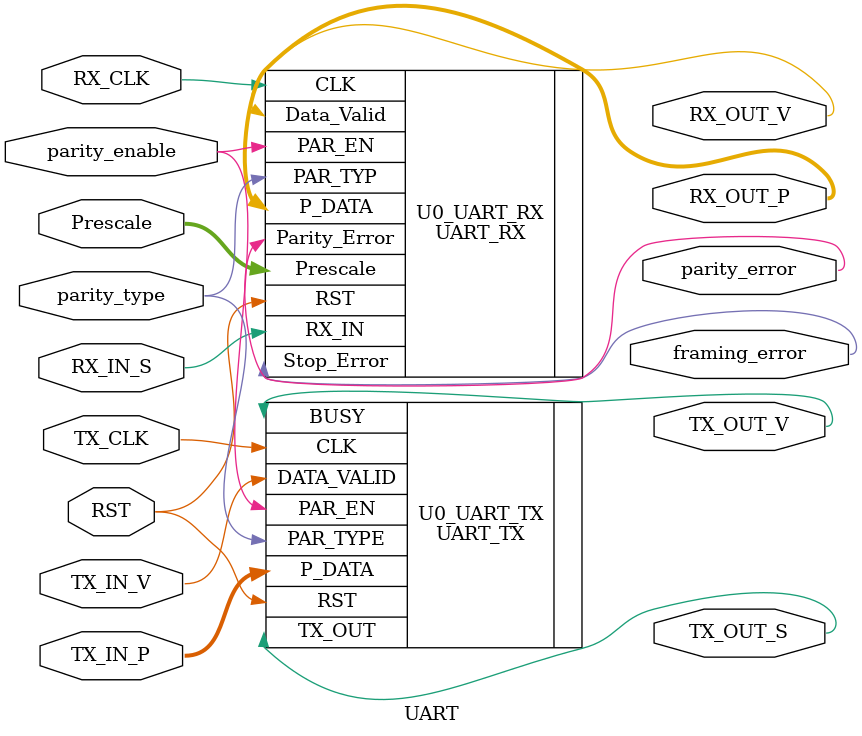
<source format=sv>
module UART (
 input   wire          RST,
 input   wire          TX_CLK,
 input   wire          RX_CLK,
 input   wire          RX_IN_S,
 output  wire   [7:0]  RX_OUT_P, 
 output  wire          RX_OUT_V,
 input   wire   [7:0]  TX_IN_P, 
 input   wire          TX_IN_V, 
 output  wire          TX_OUT_S,
 output  wire          TX_OUT_V,  
 input   wire   [5:0]  Prescale, 
 input   wire          parity_enable,
 input   wire          parity_type,
 output  wire          parity_error,
 output  wire          framing_error
);


UART_TX U0_UART_TX (
.CLK(TX_CLK),
.RST(RST),
.P_DATA(TX_IN_P),
.DATA_VALID(TX_IN_V),
.PAR_EN(parity_enable),
.PAR_TYPE(parity_type), 
.TX_OUT(TX_OUT_S),
.BUSY(TX_OUT_V)
);
 
 
UART_RX U0_UART_RX (
.CLK(RX_CLK),
.RST(RST),
.RX_IN(RX_IN_S),
.Prescale(Prescale),
.PAR_EN(parity_enable),
.PAR_TYP(parity_type),
.P_DATA(RX_OUT_P), 
.Data_Valid(RX_OUT_V),
.Parity_Error(parity_error),
.Stop_Error(framing_error)
);
 

endmodule
 

</source>
